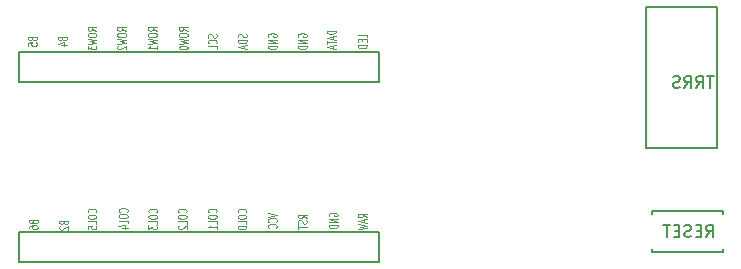
<source format=gbo>
G04 #@! TF.GenerationSoftware,KiCad,Pcbnew,5.1.5+dfsg1-2build2*
G04 #@! TF.CreationDate,2021-09-26T21:55:54+09:00*
G04 #@! TF.ProjectId,kbtest,6b627465-7374-42e6-9b69-6361645f7063,rev?*
G04 #@! TF.SameCoordinates,Original*
G04 #@! TF.FileFunction,Legend,Bot*
G04 #@! TF.FilePolarity,Positive*
%FSLAX46Y46*%
G04 Gerber Fmt 4.6, Leading zero omitted, Abs format (unit mm)*
G04 Created by KiCad (PCBNEW 5.1.5+dfsg1-2build2) date 2021-09-26 21:55:54*
%MOMM*%
%LPD*%
G04 APERTURE LIST*
%ADD10C,0.150000*%
%ADD11C,0.125000*%
G04 APERTURE END LIST*
D10*
X84150000Y-51370000D02*
X84150000Y-39370000D01*
X90150000Y-51370000D02*
X84150000Y-51370000D01*
X90150000Y-39370000D02*
X90150000Y-51370000D01*
X84150000Y-39370000D02*
X90150000Y-39370000D01*
X90630000Y-59920000D02*
X90630000Y-60170000D01*
X90630000Y-60170000D02*
X84630000Y-60170000D01*
X84630000Y-60170000D02*
X84630000Y-59920000D01*
X84630000Y-56920000D02*
X84630000Y-56670000D01*
X84630000Y-56670000D02*
X90630000Y-56670000D01*
X90630000Y-56670000D02*
X90630000Y-56920000D01*
X61468000Y-58420000D02*
X61468000Y-60960000D01*
X61468000Y-60960000D02*
X30988000Y-60960000D01*
X30988000Y-60960000D02*
X30988000Y-58420000D01*
X30988000Y-58420000D02*
X61468000Y-58420000D01*
X61468000Y-43180000D02*
X61468000Y-45720000D01*
X61468000Y-45720000D02*
X30988000Y-45720000D01*
X30988000Y-45720000D02*
X30988000Y-43180000D01*
X30988000Y-43180000D02*
X61468000Y-43180000D01*
X89836404Y-45235880D02*
X89264976Y-45235880D01*
X89550690Y-46235880D02*
X89550690Y-45235880D01*
X88360214Y-46235880D02*
X88693547Y-45759690D01*
X88931642Y-46235880D02*
X88931642Y-45235880D01*
X88550690Y-45235880D01*
X88455452Y-45283500D01*
X88407833Y-45331119D01*
X88360214Y-45426357D01*
X88360214Y-45569214D01*
X88407833Y-45664452D01*
X88455452Y-45712071D01*
X88550690Y-45759690D01*
X88931642Y-45759690D01*
X87360214Y-46235880D02*
X87693547Y-45759690D01*
X87931642Y-46235880D02*
X87931642Y-45235880D01*
X87550690Y-45235880D01*
X87455452Y-45283500D01*
X87407833Y-45331119D01*
X87360214Y-45426357D01*
X87360214Y-45569214D01*
X87407833Y-45664452D01*
X87455452Y-45712071D01*
X87550690Y-45759690D01*
X87931642Y-45759690D01*
X86979261Y-46188261D02*
X86836404Y-46235880D01*
X86598309Y-46235880D01*
X86503071Y-46188261D01*
X86455452Y-46140642D01*
X86407833Y-46045404D01*
X86407833Y-45950166D01*
X86455452Y-45854928D01*
X86503071Y-45807309D01*
X86598309Y-45759690D01*
X86788785Y-45712071D01*
X86884023Y-45664452D01*
X86931642Y-45616833D01*
X86979261Y-45521595D01*
X86979261Y-45426357D01*
X86931642Y-45331119D01*
X86884023Y-45283500D01*
X86788785Y-45235880D01*
X86550690Y-45235880D01*
X86407833Y-45283500D01*
X89209380Y-58872380D02*
X89542714Y-58396190D01*
X89780809Y-58872380D02*
X89780809Y-57872380D01*
X89399857Y-57872380D01*
X89304619Y-57920000D01*
X89257000Y-57967619D01*
X89209380Y-58062857D01*
X89209380Y-58205714D01*
X89257000Y-58300952D01*
X89304619Y-58348571D01*
X89399857Y-58396190D01*
X89780809Y-58396190D01*
X88780809Y-58348571D02*
X88447476Y-58348571D01*
X88304619Y-58872380D02*
X88780809Y-58872380D01*
X88780809Y-57872380D01*
X88304619Y-57872380D01*
X87923666Y-58824761D02*
X87780809Y-58872380D01*
X87542714Y-58872380D01*
X87447476Y-58824761D01*
X87399857Y-58777142D01*
X87352238Y-58681904D01*
X87352238Y-58586666D01*
X87399857Y-58491428D01*
X87447476Y-58443809D01*
X87542714Y-58396190D01*
X87733190Y-58348571D01*
X87828428Y-58300952D01*
X87876047Y-58253333D01*
X87923666Y-58158095D01*
X87923666Y-58062857D01*
X87876047Y-57967619D01*
X87828428Y-57920000D01*
X87733190Y-57872380D01*
X87495095Y-57872380D01*
X87352238Y-57920000D01*
X86923666Y-58348571D02*
X86590333Y-58348571D01*
X86447476Y-58872380D02*
X86923666Y-58872380D01*
X86923666Y-57872380D01*
X86447476Y-57872380D01*
X86161761Y-57872380D02*
X85590333Y-57872380D01*
X85876047Y-58872380D02*
X85876047Y-57872380D01*
D11*
X60473785Y-57185761D02*
X60116642Y-57019095D01*
X60473785Y-56900047D02*
X59723785Y-56900047D01*
X59723785Y-57090523D01*
X59759500Y-57138142D01*
X59795214Y-57161952D01*
X59866642Y-57185761D01*
X59973785Y-57185761D01*
X60045214Y-57161952D01*
X60080928Y-57138142D01*
X60116642Y-57090523D01*
X60116642Y-56900047D01*
X60259500Y-57376238D02*
X60259500Y-57614333D01*
X60473785Y-57328619D02*
X59723785Y-57495285D01*
X60473785Y-57661952D01*
X59723785Y-57781000D02*
X60473785Y-57900047D01*
X59938071Y-57995285D01*
X60473785Y-58090523D01*
X59723785Y-58209571D01*
X60473785Y-41969571D02*
X60473785Y-41731476D01*
X59723785Y-41731476D01*
X60080928Y-42136238D02*
X60080928Y-42302904D01*
X60473785Y-42374333D02*
X60473785Y-42136238D01*
X59723785Y-42136238D01*
X59723785Y-42374333D01*
X60473785Y-42588619D02*
X59723785Y-42588619D01*
X59723785Y-42707666D01*
X59759500Y-42779095D01*
X59830928Y-42826714D01*
X59902357Y-42850523D01*
X60045214Y-42874333D01*
X60152357Y-42874333D01*
X60295214Y-42850523D01*
X60366642Y-42826714D01*
X60438071Y-42779095D01*
X60473785Y-42707666D01*
X60473785Y-42588619D01*
X57283000Y-57086547D02*
X57247285Y-57038928D01*
X57247285Y-56967500D01*
X57283000Y-56896071D01*
X57354428Y-56848452D01*
X57425857Y-56824642D01*
X57568714Y-56800833D01*
X57675857Y-56800833D01*
X57818714Y-56824642D01*
X57890142Y-56848452D01*
X57961571Y-56896071D01*
X57997285Y-56967500D01*
X57997285Y-57015119D01*
X57961571Y-57086547D01*
X57925857Y-57110357D01*
X57675857Y-57110357D01*
X57675857Y-57015119D01*
X57997285Y-57324642D02*
X57247285Y-57324642D01*
X57997285Y-57610357D01*
X57247285Y-57610357D01*
X57997285Y-57848452D02*
X57247285Y-57848452D01*
X57247285Y-57967500D01*
X57283000Y-58038928D01*
X57354428Y-58086547D01*
X57425857Y-58110357D01*
X57568714Y-58134166D01*
X57675857Y-58134166D01*
X57818714Y-58110357D01*
X57890142Y-58086547D01*
X57961571Y-58038928D01*
X57997285Y-57967500D01*
X57997285Y-57848452D01*
X57829285Y-41390000D02*
X57079285Y-41390000D01*
X57079285Y-41509047D01*
X57115000Y-41580476D01*
X57186428Y-41628095D01*
X57257857Y-41651904D01*
X57400714Y-41675714D01*
X57507857Y-41675714D01*
X57650714Y-41651904D01*
X57722142Y-41628095D01*
X57793571Y-41580476D01*
X57829285Y-41509047D01*
X57829285Y-41390000D01*
X57615000Y-41866190D02*
X57615000Y-42104285D01*
X57829285Y-41818571D02*
X57079285Y-41985238D01*
X57829285Y-42151904D01*
X57079285Y-42247142D02*
X57079285Y-42532857D01*
X57829285Y-42390000D02*
X57079285Y-42390000D01*
X57615000Y-42675714D02*
X57615000Y-42913809D01*
X57829285Y-42628095D02*
X57079285Y-42794761D01*
X57829285Y-42961428D01*
X55393785Y-57257190D02*
X55036642Y-57090523D01*
X55393785Y-56971476D02*
X54643785Y-56971476D01*
X54643785Y-57161952D01*
X54679500Y-57209571D01*
X54715214Y-57233380D01*
X54786642Y-57257190D01*
X54893785Y-57257190D01*
X54965214Y-57233380D01*
X55000928Y-57209571D01*
X55036642Y-57161952D01*
X55036642Y-56971476D01*
X55358071Y-57447666D02*
X55393785Y-57519095D01*
X55393785Y-57638142D01*
X55358071Y-57685761D01*
X55322357Y-57709571D01*
X55250928Y-57733380D01*
X55179500Y-57733380D01*
X55108071Y-57709571D01*
X55072357Y-57685761D01*
X55036642Y-57638142D01*
X55000928Y-57542904D01*
X54965214Y-57495285D01*
X54929500Y-57471476D01*
X54858071Y-57447666D01*
X54786642Y-57447666D01*
X54715214Y-57471476D01*
X54679500Y-57495285D01*
X54643785Y-57542904D01*
X54643785Y-57661952D01*
X54679500Y-57733380D01*
X54643785Y-57876238D02*
X54643785Y-58161952D01*
X55393785Y-58019095D02*
X54643785Y-58019095D01*
X54679500Y-41910047D02*
X54643785Y-41862428D01*
X54643785Y-41791000D01*
X54679500Y-41719571D01*
X54750928Y-41671952D01*
X54822357Y-41648142D01*
X54965214Y-41624333D01*
X55072357Y-41624333D01*
X55215214Y-41648142D01*
X55286642Y-41671952D01*
X55358071Y-41719571D01*
X55393785Y-41791000D01*
X55393785Y-41838619D01*
X55358071Y-41910047D01*
X55322357Y-41933857D01*
X55072357Y-41933857D01*
X55072357Y-41838619D01*
X55393785Y-42148142D02*
X54643785Y-42148142D01*
X55393785Y-42433857D01*
X54643785Y-42433857D01*
X55393785Y-42671952D02*
X54643785Y-42671952D01*
X54643785Y-42791000D01*
X54679500Y-42862428D01*
X54750928Y-42910047D01*
X54822357Y-42933857D01*
X54965214Y-42957666D01*
X55072357Y-42957666D01*
X55215214Y-42933857D01*
X55286642Y-42910047D01*
X55358071Y-42862428D01*
X55393785Y-42791000D01*
X55393785Y-42671952D01*
X52103785Y-56800833D02*
X52853785Y-56967500D01*
X52103785Y-57134166D01*
X52782357Y-57586547D02*
X52818071Y-57562738D01*
X52853785Y-57491309D01*
X52853785Y-57443690D01*
X52818071Y-57372261D01*
X52746642Y-57324642D01*
X52675214Y-57300833D01*
X52532357Y-57277023D01*
X52425214Y-57277023D01*
X52282357Y-57300833D01*
X52210928Y-57324642D01*
X52139500Y-57372261D01*
X52103785Y-57443690D01*
X52103785Y-57491309D01*
X52139500Y-57562738D01*
X52175214Y-57586547D01*
X52782357Y-58086547D02*
X52818071Y-58062738D01*
X52853785Y-57991309D01*
X52853785Y-57943690D01*
X52818071Y-57872261D01*
X52746642Y-57824642D01*
X52675214Y-57800833D01*
X52532357Y-57777023D01*
X52425214Y-57777023D01*
X52282357Y-57800833D01*
X52210928Y-57824642D01*
X52139500Y-57872261D01*
X52103785Y-57943690D01*
X52103785Y-57991309D01*
X52139500Y-58062738D01*
X52175214Y-58086547D01*
X52139500Y-41910047D02*
X52103785Y-41862428D01*
X52103785Y-41791000D01*
X52139500Y-41719571D01*
X52210928Y-41671952D01*
X52282357Y-41648142D01*
X52425214Y-41624333D01*
X52532357Y-41624333D01*
X52675214Y-41648142D01*
X52746642Y-41671952D01*
X52818071Y-41719571D01*
X52853785Y-41791000D01*
X52853785Y-41838619D01*
X52818071Y-41910047D01*
X52782357Y-41933857D01*
X52532357Y-41933857D01*
X52532357Y-41838619D01*
X52853785Y-42148142D02*
X52103785Y-42148142D01*
X52853785Y-42433857D01*
X52103785Y-42433857D01*
X52853785Y-42671952D02*
X52103785Y-42671952D01*
X52103785Y-42791000D01*
X52139500Y-42862428D01*
X52210928Y-42910047D01*
X52282357Y-42933857D01*
X52425214Y-42957666D01*
X52532357Y-42957666D01*
X52675214Y-42933857D01*
X52746642Y-42910047D01*
X52818071Y-42862428D01*
X52853785Y-42791000D01*
X52853785Y-42671952D01*
X42657857Y-56792380D02*
X42693571Y-56768571D01*
X42729285Y-56697142D01*
X42729285Y-56649523D01*
X42693571Y-56578095D01*
X42622142Y-56530476D01*
X42550714Y-56506666D01*
X42407857Y-56482857D01*
X42300714Y-56482857D01*
X42157857Y-56506666D01*
X42086428Y-56530476D01*
X42015000Y-56578095D01*
X41979285Y-56649523D01*
X41979285Y-56697142D01*
X42015000Y-56768571D01*
X42050714Y-56792380D01*
X41979285Y-57101904D02*
X41979285Y-57197142D01*
X42015000Y-57244761D01*
X42086428Y-57292380D01*
X42229285Y-57316190D01*
X42479285Y-57316190D01*
X42622142Y-57292380D01*
X42693571Y-57244761D01*
X42729285Y-57197142D01*
X42729285Y-57101904D01*
X42693571Y-57054285D01*
X42622142Y-57006666D01*
X42479285Y-56982857D01*
X42229285Y-56982857D01*
X42086428Y-57006666D01*
X42015000Y-57054285D01*
X41979285Y-57101904D01*
X42729285Y-57768571D02*
X42729285Y-57530476D01*
X41979285Y-57530476D01*
X41979285Y-57887619D02*
X41979285Y-58197142D01*
X42265000Y-58030476D01*
X42265000Y-58101904D01*
X42300714Y-58149523D01*
X42336428Y-58173333D01*
X42407857Y-58197142D01*
X42586428Y-58197142D01*
X42657857Y-58173333D01*
X42693571Y-58149523D01*
X42729285Y-58101904D01*
X42729285Y-57959047D01*
X42693571Y-57911428D01*
X42657857Y-57887619D01*
X45297285Y-41409047D02*
X44940142Y-41242380D01*
X45297285Y-41123333D02*
X44547285Y-41123333D01*
X44547285Y-41313809D01*
X44583000Y-41361428D01*
X44618714Y-41385238D01*
X44690142Y-41409047D01*
X44797285Y-41409047D01*
X44868714Y-41385238D01*
X44904428Y-41361428D01*
X44940142Y-41313809D01*
X44940142Y-41123333D01*
X44547285Y-41718571D02*
X44547285Y-41813809D01*
X44583000Y-41861428D01*
X44654428Y-41909047D01*
X44797285Y-41932857D01*
X45047285Y-41932857D01*
X45190142Y-41909047D01*
X45261571Y-41861428D01*
X45297285Y-41813809D01*
X45297285Y-41718571D01*
X45261571Y-41670952D01*
X45190142Y-41623333D01*
X45047285Y-41599523D01*
X44797285Y-41599523D01*
X44654428Y-41623333D01*
X44583000Y-41670952D01*
X44547285Y-41718571D01*
X44547285Y-42099523D02*
X45297285Y-42218571D01*
X44761571Y-42313809D01*
X45297285Y-42409047D01*
X44547285Y-42528095D01*
X44547285Y-42813809D02*
X44547285Y-42861428D01*
X44583000Y-42909047D01*
X44618714Y-42932857D01*
X44690142Y-42956666D01*
X44833000Y-42980476D01*
X45011571Y-42980476D01*
X45154428Y-42956666D01*
X45225857Y-42932857D01*
X45261571Y-42909047D01*
X45297285Y-42861428D01*
X45297285Y-42813809D01*
X45261571Y-42766190D01*
X45225857Y-42742380D01*
X45154428Y-42718571D01*
X45011571Y-42694761D01*
X44833000Y-42694761D01*
X44690142Y-42718571D01*
X44618714Y-42742380D01*
X44583000Y-42766190D01*
X44547285Y-42813809D01*
X45157857Y-56792380D02*
X45193571Y-56768571D01*
X45229285Y-56697142D01*
X45229285Y-56649523D01*
X45193571Y-56578095D01*
X45122142Y-56530476D01*
X45050714Y-56506666D01*
X44907857Y-56482857D01*
X44800714Y-56482857D01*
X44657857Y-56506666D01*
X44586428Y-56530476D01*
X44515000Y-56578095D01*
X44479285Y-56649523D01*
X44479285Y-56697142D01*
X44515000Y-56768571D01*
X44550714Y-56792380D01*
X44479285Y-57101904D02*
X44479285Y-57197142D01*
X44515000Y-57244761D01*
X44586428Y-57292380D01*
X44729285Y-57316190D01*
X44979285Y-57316190D01*
X45122142Y-57292380D01*
X45193571Y-57244761D01*
X45229285Y-57197142D01*
X45229285Y-57101904D01*
X45193571Y-57054285D01*
X45122142Y-57006666D01*
X44979285Y-56982857D01*
X44729285Y-56982857D01*
X44586428Y-57006666D01*
X44515000Y-57054285D01*
X44479285Y-57101904D01*
X45229285Y-57768571D02*
X45229285Y-57530476D01*
X44479285Y-57530476D01*
X44550714Y-57911428D02*
X44515000Y-57935238D01*
X44479285Y-57982857D01*
X44479285Y-58101904D01*
X44515000Y-58149523D01*
X44550714Y-58173333D01*
X44622142Y-58197142D01*
X44693571Y-58197142D01*
X44800714Y-58173333D01*
X45229285Y-57887619D01*
X45229285Y-58197142D01*
X47738071Y-41695761D02*
X47773785Y-41767190D01*
X47773785Y-41886238D01*
X47738071Y-41933857D01*
X47702357Y-41957666D01*
X47630928Y-41981476D01*
X47559500Y-41981476D01*
X47488071Y-41957666D01*
X47452357Y-41933857D01*
X47416642Y-41886238D01*
X47380928Y-41791000D01*
X47345214Y-41743380D01*
X47309500Y-41719571D01*
X47238071Y-41695761D01*
X47166642Y-41695761D01*
X47095214Y-41719571D01*
X47059500Y-41743380D01*
X47023785Y-41791000D01*
X47023785Y-41910047D01*
X47059500Y-41981476D01*
X47702357Y-42481476D02*
X47738071Y-42457666D01*
X47773785Y-42386238D01*
X47773785Y-42338619D01*
X47738071Y-42267190D01*
X47666642Y-42219571D01*
X47595214Y-42195761D01*
X47452357Y-42171952D01*
X47345214Y-42171952D01*
X47202357Y-42195761D01*
X47130928Y-42219571D01*
X47059500Y-42267190D01*
X47023785Y-42338619D01*
X47023785Y-42386238D01*
X47059500Y-42457666D01*
X47095214Y-42481476D01*
X47773785Y-42933857D02*
X47773785Y-42695761D01*
X47023785Y-42695761D01*
X47702357Y-56792380D02*
X47738071Y-56768571D01*
X47773785Y-56697142D01*
X47773785Y-56649523D01*
X47738071Y-56578095D01*
X47666642Y-56530476D01*
X47595214Y-56506666D01*
X47452357Y-56482857D01*
X47345214Y-56482857D01*
X47202357Y-56506666D01*
X47130928Y-56530476D01*
X47059500Y-56578095D01*
X47023785Y-56649523D01*
X47023785Y-56697142D01*
X47059500Y-56768571D01*
X47095214Y-56792380D01*
X47023785Y-57101904D02*
X47023785Y-57197142D01*
X47059500Y-57244761D01*
X47130928Y-57292380D01*
X47273785Y-57316190D01*
X47523785Y-57316190D01*
X47666642Y-57292380D01*
X47738071Y-57244761D01*
X47773785Y-57197142D01*
X47773785Y-57101904D01*
X47738071Y-57054285D01*
X47666642Y-57006666D01*
X47523785Y-56982857D01*
X47273785Y-56982857D01*
X47130928Y-57006666D01*
X47059500Y-57054285D01*
X47023785Y-57101904D01*
X47773785Y-57768571D02*
X47773785Y-57530476D01*
X47023785Y-57530476D01*
X47773785Y-58197142D02*
X47773785Y-57911428D01*
X47773785Y-58054285D02*
X47023785Y-58054285D01*
X47130928Y-58006666D01*
X47202357Y-57959047D01*
X47238071Y-57911428D01*
X50278071Y-41683857D02*
X50313785Y-41755285D01*
X50313785Y-41874333D01*
X50278071Y-41921952D01*
X50242357Y-41945761D01*
X50170928Y-41969571D01*
X50099500Y-41969571D01*
X50028071Y-41945761D01*
X49992357Y-41921952D01*
X49956642Y-41874333D01*
X49920928Y-41779095D01*
X49885214Y-41731476D01*
X49849500Y-41707666D01*
X49778071Y-41683857D01*
X49706642Y-41683857D01*
X49635214Y-41707666D01*
X49599500Y-41731476D01*
X49563785Y-41779095D01*
X49563785Y-41898142D01*
X49599500Y-41969571D01*
X50313785Y-42183857D02*
X49563785Y-42183857D01*
X49563785Y-42302904D01*
X49599500Y-42374333D01*
X49670928Y-42421952D01*
X49742357Y-42445761D01*
X49885214Y-42469571D01*
X49992357Y-42469571D01*
X50135214Y-42445761D01*
X50206642Y-42421952D01*
X50278071Y-42374333D01*
X50313785Y-42302904D01*
X50313785Y-42183857D01*
X50099500Y-42660047D02*
X50099500Y-42898142D01*
X50313785Y-42612428D02*
X49563785Y-42779095D01*
X50313785Y-42945761D01*
X50207857Y-56792380D02*
X50243571Y-56768571D01*
X50279285Y-56697142D01*
X50279285Y-56649523D01*
X50243571Y-56578095D01*
X50172142Y-56530476D01*
X50100714Y-56506666D01*
X49957857Y-56482857D01*
X49850714Y-56482857D01*
X49707857Y-56506666D01*
X49636428Y-56530476D01*
X49565000Y-56578095D01*
X49529285Y-56649523D01*
X49529285Y-56697142D01*
X49565000Y-56768571D01*
X49600714Y-56792380D01*
X49529285Y-57101904D02*
X49529285Y-57197142D01*
X49565000Y-57244761D01*
X49636428Y-57292380D01*
X49779285Y-57316190D01*
X50029285Y-57316190D01*
X50172142Y-57292380D01*
X50243571Y-57244761D01*
X50279285Y-57197142D01*
X50279285Y-57101904D01*
X50243571Y-57054285D01*
X50172142Y-57006666D01*
X50029285Y-56982857D01*
X49779285Y-56982857D01*
X49636428Y-57006666D01*
X49565000Y-57054285D01*
X49529285Y-57101904D01*
X50279285Y-57768571D02*
X50279285Y-57530476D01*
X49529285Y-57530476D01*
X49529285Y-58030476D02*
X49529285Y-58078095D01*
X49565000Y-58125714D01*
X49600714Y-58149523D01*
X49672142Y-58173333D01*
X49815000Y-58197142D01*
X49993571Y-58197142D01*
X50136428Y-58173333D01*
X50207857Y-58149523D01*
X50243571Y-58125714D01*
X50279285Y-58078095D01*
X50279285Y-58030476D01*
X50243571Y-57982857D01*
X50207857Y-57959047D01*
X50136428Y-57935238D01*
X49993571Y-57911428D01*
X49815000Y-57911428D01*
X49672142Y-57935238D01*
X49600714Y-57959047D01*
X49565000Y-57982857D01*
X49529285Y-58030476D01*
X32204428Y-57582619D02*
X32240142Y-57654047D01*
X32275857Y-57677857D01*
X32347285Y-57701666D01*
X32454428Y-57701666D01*
X32525857Y-57677857D01*
X32561571Y-57654047D01*
X32597285Y-57606428D01*
X32597285Y-57415952D01*
X31847285Y-57415952D01*
X31847285Y-57582619D01*
X31883000Y-57630238D01*
X31918714Y-57654047D01*
X31990142Y-57677857D01*
X32061571Y-57677857D01*
X32133000Y-57654047D01*
X32168714Y-57630238D01*
X32204428Y-57582619D01*
X32204428Y-57415952D01*
X31847285Y-58130238D02*
X31847285Y-58035000D01*
X31883000Y-57987380D01*
X31918714Y-57963571D01*
X32025857Y-57915952D01*
X32168714Y-57892142D01*
X32454428Y-57892142D01*
X32525857Y-57915952D01*
X32561571Y-57939761D01*
X32597285Y-57987380D01*
X32597285Y-58082619D01*
X32561571Y-58130238D01*
X32525857Y-58154047D01*
X32454428Y-58177857D01*
X32275857Y-58177857D01*
X32204428Y-58154047D01*
X32168714Y-58130238D01*
X32133000Y-58082619D01*
X32133000Y-57987380D01*
X32168714Y-57939761D01*
X32204428Y-57915952D01*
X32275857Y-57892142D01*
X32140928Y-42088619D02*
X32176642Y-42160047D01*
X32212357Y-42183857D01*
X32283785Y-42207666D01*
X32390928Y-42207666D01*
X32462357Y-42183857D01*
X32498071Y-42160047D01*
X32533785Y-42112428D01*
X32533785Y-41921952D01*
X31783785Y-41921952D01*
X31783785Y-42088619D01*
X31819500Y-42136238D01*
X31855214Y-42160047D01*
X31926642Y-42183857D01*
X31998071Y-42183857D01*
X32069500Y-42160047D01*
X32105214Y-42136238D01*
X32140928Y-42088619D01*
X32140928Y-41921952D01*
X31783785Y-42660047D02*
X31783785Y-42421952D01*
X32140928Y-42398142D01*
X32105214Y-42421952D01*
X32069500Y-42469571D01*
X32069500Y-42588619D01*
X32105214Y-42636238D01*
X32140928Y-42660047D01*
X32212357Y-42683857D01*
X32390928Y-42683857D01*
X32462357Y-42660047D01*
X32498071Y-42636238D01*
X32533785Y-42588619D01*
X32533785Y-42469571D01*
X32498071Y-42421952D01*
X32462357Y-42398142D01*
X34680928Y-42088619D02*
X34716642Y-42160047D01*
X34752357Y-42183857D01*
X34823785Y-42207666D01*
X34930928Y-42207666D01*
X35002357Y-42183857D01*
X35038071Y-42160047D01*
X35073785Y-42112428D01*
X35073785Y-41921952D01*
X34323785Y-41921952D01*
X34323785Y-42088619D01*
X34359500Y-42136238D01*
X34395214Y-42160047D01*
X34466642Y-42183857D01*
X34538071Y-42183857D01*
X34609500Y-42160047D01*
X34645214Y-42136238D01*
X34680928Y-42088619D01*
X34680928Y-41921952D01*
X34573785Y-42636238D02*
X35073785Y-42636238D01*
X34288071Y-42517190D02*
X34823785Y-42398142D01*
X34823785Y-42707666D01*
X34807928Y-57646119D02*
X34843642Y-57717547D01*
X34879357Y-57741357D01*
X34950785Y-57765166D01*
X35057928Y-57765166D01*
X35129357Y-57741357D01*
X35165071Y-57717547D01*
X35200785Y-57669928D01*
X35200785Y-57479452D01*
X34450785Y-57479452D01*
X34450785Y-57646119D01*
X34486500Y-57693738D01*
X34522214Y-57717547D01*
X34593642Y-57741357D01*
X34665071Y-57741357D01*
X34736500Y-57717547D01*
X34772214Y-57693738D01*
X34807928Y-57646119D01*
X34807928Y-57479452D01*
X34522214Y-57955642D02*
X34486500Y-57979452D01*
X34450785Y-58027071D01*
X34450785Y-58146119D01*
X34486500Y-58193738D01*
X34522214Y-58217547D01*
X34593642Y-58241357D01*
X34665071Y-58241357D01*
X34772214Y-58217547D01*
X35200785Y-57931833D01*
X35200785Y-58241357D01*
X37579285Y-41409047D02*
X37222142Y-41242380D01*
X37579285Y-41123333D02*
X36829285Y-41123333D01*
X36829285Y-41313809D01*
X36865000Y-41361428D01*
X36900714Y-41385238D01*
X36972142Y-41409047D01*
X37079285Y-41409047D01*
X37150714Y-41385238D01*
X37186428Y-41361428D01*
X37222142Y-41313809D01*
X37222142Y-41123333D01*
X36829285Y-41718571D02*
X36829285Y-41813809D01*
X36865000Y-41861428D01*
X36936428Y-41909047D01*
X37079285Y-41932857D01*
X37329285Y-41932857D01*
X37472142Y-41909047D01*
X37543571Y-41861428D01*
X37579285Y-41813809D01*
X37579285Y-41718571D01*
X37543571Y-41670952D01*
X37472142Y-41623333D01*
X37329285Y-41599523D01*
X37079285Y-41599523D01*
X36936428Y-41623333D01*
X36865000Y-41670952D01*
X36829285Y-41718571D01*
X36829285Y-42099523D02*
X37579285Y-42218571D01*
X37043571Y-42313809D01*
X37579285Y-42409047D01*
X36829285Y-42528095D01*
X36829285Y-42670952D02*
X36829285Y-42980476D01*
X37115000Y-42813809D01*
X37115000Y-42885238D01*
X37150714Y-42932857D01*
X37186428Y-42956666D01*
X37257857Y-42980476D01*
X37436428Y-42980476D01*
X37507857Y-42956666D01*
X37543571Y-42932857D01*
X37579285Y-42885238D01*
X37579285Y-42742380D01*
X37543571Y-42694761D01*
X37507857Y-42670952D01*
X37507857Y-56792380D02*
X37543571Y-56768571D01*
X37579285Y-56697142D01*
X37579285Y-56649523D01*
X37543571Y-56578095D01*
X37472142Y-56530476D01*
X37400714Y-56506666D01*
X37257857Y-56482857D01*
X37150714Y-56482857D01*
X37007857Y-56506666D01*
X36936428Y-56530476D01*
X36865000Y-56578095D01*
X36829285Y-56649523D01*
X36829285Y-56697142D01*
X36865000Y-56768571D01*
X36900714Y-56792380D01*
X36829285Y-57101904D02*
X36829285Y-57197142D01*
X36865000Y-57244761D01*
X36936428Y-57292380D01*
X37079285Y-57316190D01*
X37329285Y-57316190D01*
X37472142Y-57292380D01*
X37543571Y-57244761D01*
X37579285Y-57197142D01*
X37579285Y-57101904D01*
X37543571Y-57054285D01*
X37472142Y-57006666D01*
X37329285Y-56982857D01*
X37079285Y-56982857D01*
X36936428Y-57006666D01*
X36865000Y-57054285D01*
X36829285Y-57101904D01*
X37579285Y-57768571D02*
X37579285Y-57530476D01*
X36829285Y-57530476D01*
X36829285Y-58173333D02*
X36829285Y-57935238D01*
X37186428Y-57911428D01*
X37150714Y-57935238D01*
X37115000Y-57982857D01*
X37115000Y-58101904D01*
X37150714Y-58149523D01*
X37186428Y-58173333D01*
X37257857Y-58197142D01*
X37436428Y-58197142D01*
X37507857Y-58173333D01*
X37543571Y-58149523D01*
X37579285Y-58101904D01*
X37579285Y-57982857D01*
X37543571Y-57935238D01*
X37507857Y-57911428D01*
X40090285Y-41409047D02*
X39733142Y-41242380D01*
X40090285Y-41123333D02*
X39340285Y-41123333D01*
X39340285Y-41313809D01*
X39376000Y-41361428D01*
X39411714Y-41385238D01*
X39483142Y-41409047D01*
X39590285Y-41409047D01*
X39661714Y-41385238D01*
X39697428Y-41361428D01*
X39733142Y-41313809D01*
X39733142Y-41123333D01*
X39340285Y-41718571D02*
X39340285Y-41813809D01*
X39376000Y-41861428D01*
X39447428Y-41909047D01*
X39590285Y-41932857D01*
X39840285Y-41932857D01*
X39983142Y-41909047D01*
X40054571Y-41861428D01*
X40090285Y-41813809D01*
X40090285Y-41718571D01*
X40054571Y-41670952D01*
X39983142Y-41623333D01*
X39840285Y-41599523D01*
X39590285Y-41599523D01*
X39447428Y-41623333D01*
X39376000Y-41670952D01*
X39340285Y-41718571D01*
X39340285Y-42099523D02*
X40090285Y-42218571D01*
X39554571Y-42313809D01*
X40090285Y-42409047D01*
X39340285Y-42528095D01*
X39411714Y-42694761D02*
X39376000Y-42718571D01*
X39340285Y-42766190D01*
X39340285Y-42885238D01*
X39376000Y-42932857D01*
X39411714Y-42956666D01*
X39483142Y-42980476D01*
X39554571Y-42980476D01*
X39661714Y-42956666D01*
X40090285Y-42670952D01*
X40090285Y-42980476D01*
X40145857Y-56742380D02*
X40181571Y-56718571D01*
X40217285Y-56647142D01*
X40217285Y-56599523D01*
X40181571Y-56528095D01*
X40110142Y-56480476D01*
X40038714Y-56456666D01*
X39895857Y-56432857D01*
X39788714Y-56432857D01*
X39645857Y-56456666D01*
X39574428Y-56480476D01*
X39503000Y-56528095D01*
X39467285Y-56599523D01*
X39467285Y-56647142D01*
X39503000Y-56718571D01*
X39538714Y-56742380D01*
X39467285Y-57051904D02*
X39467285Y-57147142D01*
X39503000Y-57194761D01*
X39574428Y-57242380D01*
X39717285Y-57266190D01*
X39967285Y-57266190D01*
X40110142Y-57242380D01*
X40181571Y-57194761D01*
X40217285Y-57147142D01*
X40217285Y-57051904D01*
X40181571Y-57004285D01*
X40110142Y-56956666D01*
X39967285Y-56932857D01*
X39717285Y-56932857D01*
X39574428Y-56956666D01*
X39503000Y-57004285D01*
X39467285Y-57051904D01*
X40217285Y-57718571D02*
X40217285Y-57480476D01*
X39467285Y-57480476D01*
X39717285Y-58099523D02*
X40217285Y-58099523D01*
X39431571Y-57980476D02*
X39967285Y-57861428D01*
X39967285Y-58170952D01*
X42693785Y-41409047D02*
X42336642Y-41242380D01*
X42693785Y-41123333D02*
X41943785Y-41123333D01*
X41943785Y-41313809D01*
X41979500Y-41361428D01*
X42015214Y-41385238D01*
X42086642Y-41409047D01*
X42193785Y-41409047D01*
X42265214Y-41385238D01*
X42300928Y-41361428D01*
X42336642Y-41313809D01*
X42336642Y-41123333D01*
X41943785Y-41718571D02*
X41943785Y-41813809D01*
X41979500Y-41861428D01*
X42050928Y-41909047D01*
X42193785Y-41932857D01*
X42443785Y-41932857D01*
X42586642Y-41909047D01*
X42658071Y-41861428D01*
X42693785Y-41813809D01*
X42693785Y-41718571D01*
X42658071Y-41670952D01*
X42586642Y-41623333D01*
X42443785Y-41599523D01*
X42193785Y-41599523D01*
X42050928Y-41623333D01*
X41979500Y-41670952D01*
X41943785Y-41718571D01*
X41943785Y-42099523D02*
X42693785Y-42218571D01*
X42158071Y-42313809D01*
X42693785Y-42409047D01*
X41943785Y-42528095D01*
X42693785Y-42980476D02*
X42693785Y-42694761D01*
X42693785Y-42837619D02*
X41943785Y-42837619D01*
X42050928Y-42790000D01*
X42122357Y-42742380D01*
X42158071Y-42694761D01*
D10*
M02*

</source>
